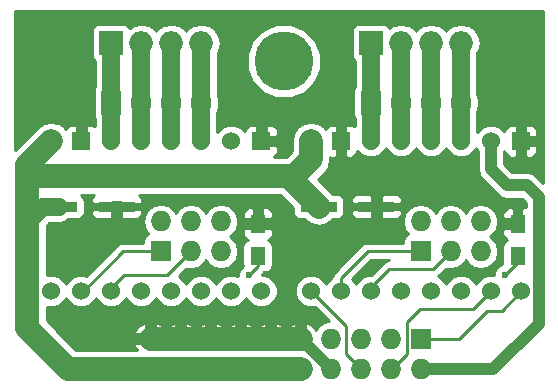
<source format=gtl>
G04 #@! TF.FileFunction,Copper,L1,Top,Signal*
%FSLAX46Y46*%
G04 Gerber Fmt 4.6, Leading zero omitted, Abs format (unit mm)*
G04 Created by KiCad (PCBNEW 4.0.1-stable) date 07.03.2016 23:09:15*
%MOMM*%
G01*
G04 APERTURE LIST*
%ADD10C,0.100000*%
%ADD11C,0.600000*%
%ADD12O,1.998980X1.998980*%
%ADD13R,1.998980X1.998980*%
%ADD14R,1.727200X2.032000*%
%ADD15O,1.727200X2.032000*%
%ADD16R,1.727200X1.727200*%
%ADD17O,1.727200X1.727200*%
%ADD18R,1.300000X1.500000*%
%ADD19R,1.524000X1.524000*%
%ADD20C,1.524000*%
%ADD21C,5.000000*%
%ADD22R,3.098800X0.899160*%
%ADD23C,2.000000*%
%ADD24C,1.500000*%
%ADD25C,1.000000*%
%ADD26C,0.250000*%
%ADD27C,0.254000*%
G04 APERTURE END LIST*
D10*
D11*
X144700000Y-94900000D03*
X133100000Y-100350000D03*
X114950000Y-104150000D03*
X127450000Y-98950000D03*
X146500000Y-81500000D03*
X145000000Y-81500000D03*
X143500000Y-81500000D03*
X146500000Y-80000000D03*
X145000000Y-80000000D03*
X143500000Y-80000000D03*
X129000000Y-87000000D03*
X127500000Y-87000000D03*
X126000000Y-87000000D03*
X124500000Y-87000000D03*
X123000000Y-87000000D03*
D12*
X140810000Y-81350000D03*
D13*
X133190000Y-81350000D03*
D12*
X135730000Y-81350000D03*
X138270000Y-81350000D03*
X118810000Y-81350000D03*
D13*
X111190000Y-81350000D03*
D12*
X113730000Y-81350000D03*
X116270000Y-81350000D03*
D14*
X133200000Y-86400000D03*
D15*
X135740000Y-86400000D03*
X138280000Y-86400000D03*
X140820000Y-86400000D03*
D14*
X111200000Y-86400000D03*
D15*
X113740000Y-86400000D03*
X116280000Y-86400000D03*
X118820000Y-86400000D03*
D16*
X137400000Y-99000000D03*
D17*
X137400000Y-96460000D03*
X139940000Y-99000000D03*
X139940000Y-96460000D03*
X142480000Y-99000000D03*
X142480000Y-96460000D03*
D16*
X115400000Y-99000000D03*
D17*
X115400000Y-96460000D03*
X117940000Y-99000000D03*
X117940000Y-96460000D03*
X120480000Y-99000000D03*
X120480000Y-96460000D03*
D18*
X145600000Y-99350000D03*
X145600000Y-96650000D03*
X123600000Y-99350000D03*
X123600000Y-96650000D03*
D19*
X145890000Y-89650000D03*
D20*
X143350000Y-89650000D03*
X140810000Y-89650000D03*
X138270000Y-89650000D03*
X135730000Y-89650000D03*
X133190000Y-89650000D03*
D19*
X130650000Y-89650000D03*
D20*
X128110000Y-89650000D03*
X128110000Y-102350000D03*
X130650000Y-102350000D03*
X133190000Y-102350000D03*
X135730000Y-102350000D03*
X138270000Y-102350000D03*
X140810000Y-102350000D03*
X143350000Y-102350000D03*
X145890000Y-102350000D03*
D19*
X123890000Y-89650000D03*
D20*
X121350000Y-89650000D03*
X118810000Y-89650000D03*
X116270000Y-89650000D03*
X113730000Y-89650000D03*
X111190000Y-89650000D03*
D19*
X108650000Y-89650000D03*
D20*
X106110000Y-89650000D03*
X106110000Y-102350000D03*
X108650000Y-102350000D03*
X111190000Y-102350000D03*
X113730000Y-102350000D03*
X116270000Y-102350000D03*
X118810000Y-102350000D03*
X121350000Y-102350000D03*
X123890000Y-102350000D03*
D21*
X125800000Y-82900000D03*
D22*
X106748900Y-95200000D03*
X111651100Y-95200000D03*
X128748900Y-95200000D03*
X133651100Y-95200000D03*
D11*
X121500000Y-87000000D03*
D16*
X137400000Y-106400000D03*
D17*
X137400000Y-108940000D03*
X134860000Y-106400000D03*
X134860000Y-108940000D03*
X132320000Y-106400000D03*
X132320000Y-108940000D03*
X129780000Y-106400000D03*
X129780000Y-108940000D03*
X127240000Y-106400000D03*
X127240000Y-108940000D03*
X124700000Y-106400000D03*
X124700000Y-108940000D03*
X122160000Y-106400000D03*
X122160000Y-108940000D03*
X119620000Y-106400000D03*
X119620000Y-108940000D03*
X117080000Y-106400000D03*
X117080000Y-108940000D03*
X114540000Y-106400000D03*
X114540000Y-108940000D03*
D11*
X144500000Y-100975000D03*
X122850000Y-100975000D03*
D23*
X127240000Y-108940000D02*
X126350000Y-108940000D01*
X124700000Y-108940000D02*
X126350000Y-108940000D01*
X122160000Y-108940000D02*
X124700000Y-108940000D01*
X119620000Y-108940000D02*
X122160000Y-108940000D01*
X117080000Y-108940000D02*
X119620000Y-108940000D01*
X114540000Y-108940000D02*
X117080000Y-108940000D01*
X126700000Y-92600000D02*
X126700000Y-93151100D01*
X126700000Y-93151100D02*
X128748900Y-95200000D01*
X128110000Y-89650000D02*
X128110000Y-91190000D01*
X128110000Y-91190000D02*
X126700000Y-92600000D01*
X126700000Y-92600000D02*
X104100000Y-92600000D01*
D24*
X106748900Y-95200000D02*
X105400000Y-95200000D01*
X105400000Y-95200000D02*
X104100000Y-96500000D01*
D23*
X104100000Y-92600000D02*
X104100000Y-91660000D01*
X104100000Y-91660000D02*
X106110000Y-89650000D01*
X114540000Y-108940000D02*
X107540000Y-108940000D01*
X107540000Y-108940000D02*
X104100000Y-105500000D01*
X104100000Y-105500000D02*
X104100000Y-96500000D01*
X104100000Y-96500000D02*
X104100000Y-92600000D01*
X104100000Y-92600000D02*
X104100000Y-92500000D01*
D25*
X129780000Y-108940000D02*
X127240000Y-106400000D01*
D23*
X117080000Y-106400000D02*
X114540000Y-106400000D01*
X119620000Y-106400000D02*
X117080000Y-106400000D01*
X122160000Y-106400000D02*
X119620000Y-106400000D01*
X124700000Y-106400000D02*
X122160000Y-106400000D01*
X127240000Y-106400000D02*
X126000000Y-106400000D01*
X126000000Y-106400000D02*
X124700000Y-106400000D01*
D25*
X146400000Y-93400000D02*
X144700000Y-93400000D01*
X144700000Y-93400000D02*
X143350000Y-92050000D01*
X143350000Y-92050000D02*
X143350000Y-89650000D01*
X137400000Y-108940000D02*
X143560000Y-108940000D01*
X143560000Y-108940000D02*
X147400000Y-105100000D01*
X147400000Y-105100000D02*
X147400000Y-94400000D01*
X147400000Y-94400000D02*
X146400000Y-93400000D01*
D26*
X131100000Y-105500000D02*
X131100000Y-105300000D01*
X131100000Y-105300000D02*
X128150000Y-102350000D01*
X128150000Y-102350000D02*
X128110000Y-102350000D01*
X131100000Y-105500000D02*
X131100000Y-107720000D01*
X131100000Y-107720000D02*
X132320000Y-108940000D01*
X121350000Y-102850000D02*
X121350000Y-102350000D01*
X134860000Y-108940000D02*
X134960000Y-108940000D01*
X134960000Y-108940000D02*
X136200000Y-107700000D01*
X136200000Y-107700000D02*
X136200000Y-105000000D01*
X136200000Y-105000000D02*
X137300000Y-103900000D01*
X137300000Y-103900000D02*
X141800000Y-103900000D01*
X141800000Y-103900000D02*
X143350000Y-102350000D01*
X134860000Y-108940000D02*
X135360000Y-108940000D01*
X137400000Y-106400000D02*
X140600000Y-106400000D01*
X140600000Y-106400000D02*
X143000000Y-104000000D01*
X143000000Y-104000000D02*
X144240000Y-104000000D01*
X144240000Y-104000000D02*
X145890000Y-102350000D01*
D24*
X140810000Y-89650000D02*
X140810000Y-86410000D01*
X140810000Y-86410000D02*
X140820000Y-86400000D01*
X140810000Y-81200000D02*
X140810000Y-86390000D01*
X140810000Y-86390000D02*
X140820000Y-86400000D01*
X133200000Y-86400000D02*
X133200000Y-89640000D01*
X133200000Y-89640000D02*
X133190000Y-89650000D01*
X133200000Y-86400000D02*
X133200000Y-81210000D01*
X133200000Y-81210000D02*
X133190000Y-81200000D01*
X135730000Y-89650000D02*
X135730000Y-86410000D01*
X135730000Y-86410000D02*
X135740000Y-86400000D01*
X135730000Y-81200000D02*
X135730000Y-86390000D01*
X135730000Y-86390000D02*
X135740000Y-86400000D01*
X138280000Y-86400000D02*
X138280000Y-89640000D01*
X138280000Y-89640000D02*
X138270000Y-89650000D01*
X138280000Y-86400000D02*
X138280000Y-81210000D01*
X138280000Y-81210000D02*
X138270000Y-81200000D01*
X118820000Y-86400000D02*
X118820000Y-81210000D01*
X118820000Y-81210000D02*
X118810000Y-81200000D01*
X118810000Y-89650000D02*
X118810000Y-86410000D01*
X118810000Y-86410000D02*
X118820000Y-86400000D01*
X111200000Y-86400000D02*
X111200000Y-89640000D01*
X111200000Y-89640000D02*
X111190000Y-89650000D01*
X111190000Y-81200000D02*
X111190000Y-86390000D01*
X111190000Y-86390000D02*
X111200000Y-86400000D01*
X113740000Y-86400000D02*
X113740000Y-81210000D01*
X113740000Y-81210000D02*
X113730000Y-81200000D01*
X113730000Y-89650000D02*
X113730000Y-86410000D01*
X113730000Y-86410000D02*
X113740000Y-86400000D01*
X116270000Y-89650000D02*
X116270000Y-86410000D01*
X116270000Y-86410000D02*
X116280000Y-86400000D01*
X116270000Y-81200000D02*
X116270000Y-86390000D01*
X116270000Y-86390000D02*
X116280000Y-86400000D01*
D26*
X130650000Y-102350000D02*
X130650000Y-101250000D01*
X130650000Y-101250000D02*
X132900000Y-99000000D01*
X132900000Y-99000000D02*
X137400000Y-99000000D01*
X145600000Y-99350000D02*
X145600000Y-99875000D01*
X145600000Y-99875000D02*
X144500000Y-100975000D01*
X133190000Y-102350000D02*
X133190000Y-102010000D01*
X133190000Y-102010000D02*
X134700000Y-100500000D01*
X134700000Y-100500000D02*
X138440000Y-100500000D01*
X138440000Y-100500000D02*
X139940000Y-99000000D01*
X108650000Y-102350000D02*
X108850000Y-102350000D01*
X108850000Y-102350000D02*
X112200000Y-99000000D01*
X112200000Y-99000000D02*
X115400000Y-99000000D01*
X123600000Y-99350000D02*
X123600000Y-100225000D01*
X123600000Y-100225000D02*
X122850000Y-100975000D01*
X111190000Y-102350000D02*
X111190000Y-102110000D01*
X111190000Y-102110000D02*
X112300000Y-101000000D01*
X112300000Y-101000000D02*
X115940000Y-101000000D01*
X115940000Y-101000000D02*
X117940000Y-99000000D01*
D27*
G36*
X130153000Y-108567000D02*
X130173000Y-108567000D01*
X130173000Y-109313000D01*
X130153000Y-109313000D01*
X130153000Y-109333000D01*
X129407000Y-109333000D01*
X129407000Y-109313000D01*
X129387000Y-109313000D01*
X129387000Y-108567000D01*
X129407000Y-108567000D01*
X129407000Y-108547000D01*
X130153000Y-108547000D01*
X130153000Y-108567000D01*
X130153000Y-108567000D01*
G37*
X130153000Y-108567000D02*
X130173000Y-108567000D01*
X130173000Y-109313000D01*
X130153000Y-109313000D01*
X130153000Y-109333000D01*
X129407000Y-109333000D01*
X129407000Y-109313000D01*
X129387000Y-109313000D01*
X129387000Y-108567000D01*
X129407000Y-108567000D01*
X129407000Y-108547000D01*
X130153000Y-108547000D01*
X130153000Y-108567000D01*
G36*
X147768000Y-93174181D02*
X147196909Y-92603091D01*
X146831284Y-92358788D01*
X146400000Y-92273000D01*
X145166819Y-92273000D01*
X144477000Y-91583182D01*
X144477000Y-90487596D01*
X144493000Y-90471624D01*
X144493000Y-90538310D01*
X144589673Y-90771699D01*
X144768302Y-90950327D01*
X145001691Y-91047000D01*
X145358250Y-91047000D01*
X145517000Y-90888250D01*
X145517000Y-90023000D01*
X146263000Y-90023000D01*
X146263000Y-90888250D01*
X146421750Y-91047000D01*
X146778309Y-91047000D01*
X147011698Y-90950327D01*
X147190327Y-90771699D01*
X147287000Y-90538310D01*
X147287000Y-90181750D01*
X147128250Y-90023000D01*
X146263000Y-90023000D01*
X145517000Y-90023000D01*
X145497000Y-90023000D01*
X145497000Y-89277000D01*
X145517000Y-89277000D01*
X145517000Y-88411750D01*
X146263000Y-88411750D01*
X146263000Y-89277000D01*
X147128250Y-89277000D01*
X147287000Y-89118250D01*
X147287000Y-88761690D01*
X147190327Y-88528301D01*
X147011698Y-88349673D01*
X146778309Y-88253000D01*
X146421750Y-88253000D01*
X146263000Y-88411750D01*
X145517000Y-88411750D01*
X145358250Y-88253000D01*
X145001691Y-88253000D01*
X144768302Y-88349673D01*
X144589673Y-88528301D01*
X144493000Y-88761690D01*
X144493000Y-88828938D01*
X144137833Y-88473150D01*
X143627501Y-88261242D01*
X143074923Y-88260760D01*
X142564223Y-88471777D01*
X142187000Y-88848341D01*
X142187000Y-87170184D01*
X142197135Y-87155016D01*
X142310600Y-86584588D01*
X142310600Y-86215412D01*
X142197135Y-85644984D01*
X142187000Y-85629816D01*
X142187000Y-82208215D01*
X142344546Y-81972431D01*
X142468355Y-81350000D01*
X142344546Y-80727569D01*
X141991967Y-80199898D01*
X141464296Y-79847319D01*
X140841865Y-79723510D01*
X140778135Y-79723510D01*
X140155704Y-79847319D01*
X139628033Y-80199898D01*
X139540000Y-80331649D01*
X139451967Y-80199898D01*
X138924296Y-79847319D01*
X138301865Y-79723510D01*
X138238135Y-79723510D01*
X137615704Y-79847319D01*
X137088033Y-80199898D01*
X137000000Y-80331649D01*
X136911967Y-80199898D01*
X136384296Y-79847319D01*
X135761865Y-79723510D01*
X135698135Y-79723510D01*
X135075704Y-79847319D01*
X134750569Y-80064568D01*
X134647733Y-79904757D01*
X134438207Y-79761593D01*
X134189490Y-79711227D01*
X132190510Y-79711227D01*
X131958158Y-79754947D01*
X131744757Y-79892267D01*
X131601593Y-80101793D01*
X131551227Y-80350510D01*
X131551227Y-82349490D01*
X131594947Y-82581842D01*
X131732267Y-82795243D01*
X131823000Y-82857239D01*
X131823000Y-85024761D01*
X131747483Y-85135283D01*
X131697117Y-85384000D01*
X131697117Y-87416000D01*
X131740837Y-87648352D01*
X131823000Y-87776037D01*
X131823000Y-88400975D01*
X131771698Y-88349673D01*
X131538309Y-88253000D01*
X131181750Y-88253000D01*
X131023000Y-88411750D01*
X131023000Y-89277000D01*
X131043000Y-89277000D01*
X131043000Y-90023000D01*
X131023000Y-90023000D01*
X131023000Y-90888250D01*
X131181750Y-91047000D01*
X131538309Y-91047000D01*
X131771698Y-90950327D01*
X131950327Y-90771699D01*
X132047000Y-90538310D01*
X132047000Y-90471062D01*
X132402167Y-90826850D01*
X132912499Y-91038758D01*
X133465077Y-91039240D01*
X133975777Y-90828223D01*
X134366850Y-90437833D01*
X134459967Y-90213581D01*
X134551777Y-90435777D01*
X134942167Y-90826850D01*
X135452499Y-91038758D01*
X136005077Y-91039240D01*
X136515777Y-90828223D01*
X136906850Y-90437833D01*
X136999967Y-90213581D01*
X137091777Y-90435777D01*
X137482167Y-90826850D01*
X137992499Y-91038758D01*
X138545077Y-91039240D01*
X139055777Y-90828223D01*
X139446850Y-90437833D01*
X139539967Y-90213581D01*
X139631777Y-90435777D01*
X140022167Y-90826850D01*
X140532499Y-91038758D01*
X141085077Y-91039240D01*
X141595777Y-90828223D01*
X141986850Y-90437833D01*
X142079967Y-90213581D01*
X142171777Y-90435777D01*
X142223000Y-90487090D01*
X142223000Y-92050000D01*
X142308788Y-92481284D01*
X142553091Y-92846909D01*
X143903090Y-94196909D01*
X144064362Y-94304667D01*
X144268716Y-94441212D01*
X144700000Y-94527000D01*
X145933182Y-94527000D01*
X146273000Y-94866819D01*
X146273000Y-95265000D01*
X146083750Y-95265000D01*
X145925000Y-95423750D01*
X145925000Y-96277000D01*
X145993000Y-96277000D01*
X145993000Y-97023000D01*
X145925000Y-97023000D01*
X145925000Y-97043000D01*
X145275000Y-97043000D01*
X145275000Y-97023000D01*
X144473750Y-97023000D01*
X144315000Y-97181750D01*
X144315000Y-97526309D01*
X144411673Y-97759698D01*
X144590301Y-97938327D01*
X144739829Y-98000263D01*
X144717648Y-98004437D01*
X144504247Y-98141757D01*
X144361083Y-98351283D01*
X144310717Y-98600000D01*
X144310717Y-100050194D01*
X143975583Y-100188669D01*
X143714586Y-100449211D01*
X143573161Y-100789799D01*
X143573011Y-100961194D01*
X143074923Y-100960760D01*
X142564223Y-101171777D01*
X142173150Y-101562167D01*
X142080033Y-101786419D01*
X141988223Y-101564223D01*
X141597833Y-101173150D01*
X141087501Y-100961242D01*
X140534923Y-100960760D01*
X140024223Y-101171777D01*
X139633150Y-101562167D01*
X139540033Y-101786419D01*
X139448223Y-101564223D01*
X139057833Y-101173150D01*
X138874220Y-101096907D01*
X138971744Y-101031744D01*
X139559393Y-100444096D01*
X139940000Y-100519803D01*
X140510428Y-100406338D01*
X140994013Y-100083216D01*
X141210000Y-99759969D01*
X141425987Y-100083216D01*
X141909572Y-100406338D01*
X142480000Y-100519803D01*
X143050428Y-100406338D01*
X143534013Y-100083216D01*
X143857135Y-99599631D01*
X143970600Y-99029203D01*
X143970600Y-98970797D01*
X143857135Y-98400369D01*
X143534013Y-97916784D01*
X143254472Y-97730000D01*
X143534013Y-97543216D01*
X143857135Y-97059631D01*
X143970600Y-96489203D01*
X143970600Y-96430797D01*
X143857135Y-95860369D01*
X143799219Y-95773691D01*
X144315000Y-95773691D01*
X144315000Y-96118250D01*
X144473750Y-96277000D01*
X145275000Y-96277000D01*
X145275000Y-95423750D01*
X145116250Y-95265000D01*
X144823690Y-95265000D01*
X144590301Y-95361673D01*
X144411673Y-95540302D01*
X144315000Y-95773691D01*
X143799219Y-95773691D01*
X143534013Y-95376784D01*
X143050428Y-95053662D01*
X142480000Y-94940197D01*
X141909572Y-95053662D01*
X141425987Y-95376784D01*
X141210000Y-95700031D01*
X140994013Y-95376784D01*
X140510428Y-95053662D01*
X139940000Y-94940197D01*
X139369572Y-95053662D01*
X138885987Y-95376784D01*
X138670000Y-95700031D01*
X138454013Y-95376784D01*
X137970428Y-95053662D01*
X137400000Y-94940197D01*
X136829572Y-95053662D01*
X136345987Y-95376784D01*
X136022865Y-95860369D01*
X135909400Y-96430797D01*
X135909400Y-96489203D01*
X136022865Y-97059631D01*
X136339891Y-97534093D01*
X136304048Y-97540837D01*
X136090647Y-97678157D01*
X135947483Y-97887683D01*
X135897117Y-98136400D01*
X135897117Y-98248000D01*
X132900000Y-98248000D01*
X132612223Y-98305242D01*
X132368256Y-98468255D01*
X130118256Y-100718256D01*
X129955243Y-100962222D01*
X129917978Y-101149566D01*
X129864223Y-101171777D01*
X129473150Y-101562167D01*
X129380033Y-101786419D01*
X129288223Y-101564223D01*
X128897833Y-101173150D01*
X128387501Y-100961242D01*
X127834923Y-100960760D01*
X127324223Y-101171777D01*
X126933150Y-101562167D01*
X126721242Y-102072499D01*
X126720760Y-102625077D01*
X126931777Y-103135777D01*
X127322167Y-103526850D01*
X127832499Y-103738758D01*
X128385077Y-103739240D01*
X128449240Y-103712728D01*
X129643801Y-104907289D01*
X129209572Y-104993662D01*
X128725987Y-105316784D01*
X128505823Y-105646281D01*
X128282687Y-105323576D01*
X127835463Y-105024782D01*
X127613000Y-105113117D01*
X127613000Y-106027000D01*
X127633000Y-106027000D01*
X127633000Y-106773000D01*
X127613000Y-106773000D01*
X127613000Y-106793000D01*
X126867000Y-106793000D01*
X126867000Y-106773000D01*
X125073000Y-106773000D01*
X125073000Y-106793000D01*
X124327000Y-106793000D01*
X124327000Y-106773000D01*
X122533000Y-106773000D01*
X122533000Y-106793000D01*
X121787000Y-106793000D01*
X121787000Y-106773000D01*
X119993000Y-106773000D01*
X119993000Y-106793000D01*
X119247000Y-106793000D01*
X119247000Y-106773000D01*
X117453000Y-106773000D01*
X117453000Y-106793000D01*
X116707000Y-106793000D01*
X116707000Y-106773000D01*
X114913000Y-106773000D01*
X114913000Y-106793000D01*
X114167000Y-106793000D01*
X114167000Y-106773000D01*
X113247283Y-106773000D01*
X113164753Y-106995467D01*
X113384313Y-107313000D01*
X108213925Y-107313000D01*
X106705459Y-105804533D01*
X113164753Y-105804533D01*
X113247283Y-106027000D01*
X114167000Y-106027000D01*
X114167000Y-105113117D01*
X114913000Y-105113117D01*
X114913000Y-106027000D01*
X116707000Y-106027000D01*
X116707000Y-105113117D01*
X117453000Y-105113117D01*
X117453000Y-106027000D01*
X119247000Y-106027000D01*
X119247000Y-105113117D01*
X119993000Y-105113117D01*
X119993000Y-106027000D01*
X121787000Y-106027000D01*
X121787000Y-105113117D01*
X122533000Y-105113117D01*
X122533000Y-106027000D01*
X124327000Y-106027000D01*
X124327000Y-105113117D01*
X125073000Y-105113117D01*
X125073000Y-106027000D01*
X126867000Y-106027000D01*
X126867000Y-105113117D01*
X126644537Y-105024782D01*
X126197313Y-105323576D01*
X125970000Y-105652322D01*
X125742687Y-105323576D01*
X125295463Y-105024782D01*
X125073000Y-105113117D01*
X124327000Y-105113117D01*
X124104537Y-105024782D01*
X123657313Y-105323576D01*
X123430000Y-105652322D01*
X123202687Y-105323576D01*
X122755463Y-105024782D01*
X122533000Y-105113117D01*
X121787000Y-105113117D01*
X121564537Y-105024782D01*
X121117313Y-105323576D01*
X120890000Y-105652322D01*
X120662687Y-105323576D01*
X120215463Y-105024782D01*
X119993000Y-105113117D01*
X119247000Y-105113117D01*
X119024537Y-105024782D01*
X118577313Y-105323576D01*
X118350000Y-105652322D01*
X118122687Y-105323576D01*
X117675463Y-105024782D01*
X117453000Y-105113117D01*
X116707000Y-105113117D01*
X116484537Y-105024782D01*
X116037313Y-105323576D01*
X115810000Y-105652322D01*
X115582687Y-105323576D01*
X115135463Y-105024782D01*
X114913000Y-105113117D01*
X114167000Y-105113117D01*
X113944537Y-105024782D01*
X113497313Y-105323576D01*
X113164753Y-105804533D01*
X106705459Y-105804533D01*
X105727000Y-104826074D01*
X105727000Y-103694951D01*
X105832499Y-103738758D01*
X106385077Y-103739240D01*
X106895777Y-103528223D01*
X107286850Y-103137833D01*
X107379967Y-102913581D01*
X107471777Y-103135777D01*
X107862167Y-103526850D01*
X108372499Y-103738758D01*
X108925077Y-103739240D01*
X109435777Y-103528223D01*
X109826850Y-103137833D01*
X109919967Y-102913581D01*
X110011777Y-103135777D01*
X110402167Y-103526850D01*
X110912499Y-103738758D01*
X111465077Y-103739240D01*
X111975777Y-103528223D01*
X112366850Y-103137833D01*
X112459967Y-102913581D01*
X112551777Y-103135777D01*
X112942167Y-103526850D01*
X113452499Y-103738758D01*
X114005077Y-103739240D01*
X114515777Y-103528223D01*
X114906850Y-103137833D01*
X114999967Y-102913581D01*
X115091777Y-103135777D01*
X115482167Y-103526850D01*
X115992499Y-103738758D01*
X116545077Y-103739240D01*
X117055777Y-103528223D01*
X117446850Y-103137833D01*
X117539967Y-102913581D01*
X117631777Y-103135777D01*
X118022167Y-103526850D01*
X118532499Y-103738758D01*
X119085077Y-103739240D01*
X119595777Y-103528223D01*
X119986850Y-103137833D01*
X120079967Y-102913581D01*
X120171777Y-103135777D01*
X120562167Y-103526850D01*
X121072499Y-103738758D01*
X121625077Y-103739240D01*
X122135777Y-103528223D01*
X122526850Y-103137833D01*
X122619967Y-102913581D01*
X122711777Y-103135777D01*
X123102167Y-103526850D01*
X123612499Y-103738758D01*
X124165077Y-103739240D01*
X124675777Y-103528223D01*
X125066850Y-103137833D01*
X125278758Y-102627501D01*
X125279240Y-102074923D01*
X125068223Y-101564223D01*
X124677833Y-101173150D01*
X124167501Y-100961242D01*
X123927455Y-100961033D01*
X124131744Y-100756744D01*
X124143411Y-100739283D01*
X124250000Y-100739283D01*
X124482352Y-100695563D01*
X124695753Y-100558243D01*
X124838917Y-100348717D01*
X124889283Y-100100000D01*
X124889283Y-98600000D01*
X124845563Y-98367648D01*
X124708243Y-98154247D01*
X124498717Y-98011083D01*
X124455284Y-98002288D01*
X124609699Y-97938327D01*
X124788327Y-97759698D01*
X124885000Y-97526309D01*
X124885000Y-97181750D01*
X124726250Y-97023000D01*
X123925000Y-97023000D01*
X123925000Y-97043000D01*
X123275000Y-97043000D01*
X123275000Y-97023000D01*
X122473750Y-97023000D01*
X122315000Y-97181750D01*
X122315000Y-97526309D01*
X122411673Y-97759698D01*
X122590301Y-97938327D01*
X122739829Y-98000263D01*
X122717648Y-98004437D01*
X122504247Y-98141757D01*
X122361083Y-98351283D01*
X122310717Y-98600000D01*
X122310717Y-100100000D01*
X122327270Y-100187972D01*
X122325583Y-100188669D01*
X122064586Y-100449211D01*
X121923161Y-100789799D01*
X121922904Y-101083904D01*
X121627501Y-100961242D01*
X121074923Y-100960760D01*
X120564223Y-101171777D01*
X120173150Y-101562167D01*
X120080033Y-101786419D01*
X119988223Y-101564223D01*
X119597833Y-101173150D01*
X119087501Y-100961242D01*
X118534923Y-100960760D01*
X118024223Y-101171777D01*
X117633150Y-101562167D01*
X117540033Y-101786419D01*
X117448223Y-101564223D01*
X117057833Y-101173150D01*
X116897086Y-101106402D01*
X117559392Y-100444096D01*
X117940000Y-100519803D01*
X118510428Y-100406338D01*
X118994013Y-100083216D01*
X119210000Y-99759969D01*
X119425987Y-100083216D01*
X119909572Y-100406338D01*
X120480000Y-100519803D01*
X121050428Y-100406338D01*
X121534013Y-100083216D01*
X121857135Y-99599631D01*
X121970600Y-99029203D01*
X121970600Y-98970797D01*
X121857135Y-98400369D01*
X121534013Y-97916784D01*
X121254472Y-97730000D01*
X121534013Y-97543216D01*
X121857135Y-97059631D01*
X121970600Y-96489203D01*
X121970600Y-96430797D01*
X121857135Y-95860369D01*
X121799219Y-95773691D01*
X122315000Y-95773691D01*
X122315000Y-96118250D01*
X122473750Y-96277000D01*
X123275000Y-96277000D01*
X123275000Y-95423750D01*
X123925000Y-95423750D01*
X123925000Y-96277000D01*
X124726250Y-96277000D01*
X124885000Y-96118250D01*
X124885000Y-95773691D01*
X124788327Y-95540302D01*
X124609699Y-95361673D01*
X124376310Y-95265000D01*
X124083750Y-95265000D01*
X123925000Y-95423750D01*
X123275000Y-95423750D01*
X123116250Y-95265000D01*
X122823690Y-95265000D01*
X122590301Y-95361673D01*
X122411673Y-95540302D01*
X122315000Y-95773691D01*
X121799219Y-95773691D01*
X121534013Y-95376784D01*
X121050428Y-95053662D01*
X120480000Y-94940197D01*
X119909572Y-95053662D01*
X119425987Y-95376784D01*
X119210000Y-95700031D01*
X118994013Y-95376784D01*
X118510428Y-95053662D01*
X117940000Y-94940197D01*
X117369572Y-95053662D01*
X116885987Y-95376784D01*
X116670000Y-95700031D01*
X116454013Y-95376784D01*
X115970428Y-95053662D01*
X115400000Y-94940197D01*
X114829572Y-95053662D01*
X114345987Y-95376784D01*
X114022865Y-95860369D01*
X113909400Y-96430797D01*
X113909400Y-96489203D01*
X114022865Y-97059631D01*
X114339891Y-97534093D01*
X114304048Y-97540837D01*
X114090647Y-97678157D01*
X113947483Y-97887683D01*
X113897117Y-98136400D01*
X113897117Y-98248000D01*
X112200000Y-98248000D01*
X111912227Y-98305242D01*
X111912222Y-98305243D01*
X111668255Y-98468256D01*
X109102573Y-101033938D01*
X108927501Y-100961242D01*
X108374923Y-100960760D01*
X107864223Y-101171777D01*
X107473150Y-101562167D01*
X107380033Y-101786419D01*
X107288223Y-101564223D01*
X106897833Y-101173150D01*
X106387501Y-100961242D01*
X105834923Y-100960760D01*
X105727000Y-101005353D01*
X105727000Y-96820372D01*
X105970372Y-96577000D01*
X106748900Y-96577000D01*
X107275855Y-96472182D01*
X107550211Y-96288863D01*
X108298300Y-96288863D01*
X108530652Y-96245143D01*
X108744053Y-96107823D01*
X108887217Y-95898297D01*
X108937583Y-95649580D01*
X108937583Y-95583540D01*
X109466700Y-95583540D01*
X109466700Y-95775890D01*
X109563373Y-96009279D01*
X109742002Y-96187907D01*
X109975391Y-96284580D01*
X111119350Y-96284580D01*
X111278100Y-96125830D01*
X111278100Y-95424790D01*
X112024100Y-95424790D01*
X112024100Y-96125830D01*
X112182850Y-96284580D01*
X113326809Y-96284580D01*
X113560198Y-96187907D01*
X113738827Y-96009279D01*
X113835500Y-95775890D01*
X113835500Y-95583540D01*
X113676750Y-95424790D01*
X112024100Y-95424790D01*
X111278100Y-95424790D01*
X109625450Y-95424790D01*
X109466700Y-95583540D01*
X108937583Y-95583540D01*
X108937583Y-94750420D01*
X108893863Y-94518068D01*
X108756543Y-94304667D01*
X108642874Y-94227000D01*
X109727095Y-94227000D01*
X109563373Y-94390721D01*
X109466700Y-94624110D01*
X109466700Y-94816460D01*
X109625450Y-94975210D01*
X111278100Y-94975210D01*
X111278100Y-94807000D01*
X112024100Y-94807000D01*
X112024100Y-94975210D01*
X113676750Y-94975210D01*
X113835500Y-94816460D01*
X113835500Y-94624110D01*
X113738827Y-94390721D01*
X113575105Y-94227000D01*
X125499716Y-94227000D01*
X125549537Y-94301563D01*
X126560217Y-95312243D01*
X126560217Y-95649580D01*
X126603937Y-95881932D01*
X126741257Y-96095333D01*
X126950783Y-96238497D01*
X127199500Y-96288863D01*
X127536837Y-96288863D01*
X127598437Y-96350463D01*
X128126274Y-96703152D01*
X128748900Y-96827000D01*
X129371526Y-96703152D01*
X129899363Y-96350463D01*
X129940523Y-96288863D01*
X130298300Y-96288863D01*
X130530652Y-96245143D01*
X130744053Y-96107823D01*
X130887217Y-95898297D01*
X130937583Y-95649580D01*
X130937583Y-95583540D01*
X131466700Y-95583540D01*
X131466700Y-95775890D01*
X131563373Y-96009279D01*
X131742002Y-96187907D01*
X131975391Y-96284580D01*
X133119350Y-96284580D01*
X133278100Y-96125830D01*
X133278100Y-95424790D01*
X134024100Y-95424790D01*
X134024100Y-96125830D01*
X134182850Y-96284580D01*
X135326809Y-96284580D01*
X135560198Y-96187907D01*
X135738827Y-96009279D01*
X135835500Y-95775890D01*
X135835500Y-95583540D01*
X135676750Y-95424790D01*
X134024100Y-95424790D01*
X133278100Y-95424790D01*
X131625450Y-95424790D01*
X131466700Y-95583540D01*
X130937583Y-95583540D01*
X130937583Y-94750420D01*
X130913817Y-94624110D01*
X131466700Y-94624110D01*
X131466700Y-94816460D01*
X131625450Y-94975210D01*
X133278100Y-94975210D01*
X133278100Y-94274170D01*
X134024100Y-94274170D01*
X134024100Y-94975210D01*
X135676750Y-94975210D01*
X135835500Y-94816460D01*
X135835500Y-94624110D01*
X135738827Y-94390721D01*
X135560198Y-94212093D01*
X135326809Y-94115420D01*
X134182850Y-94115420D01*
X134024100Y-94274170D01*
X133278100Y-94274170D01*
X133119350Y-94115420D01*
X131975391Y-94115420D01*
X131742002Y-94212093D01*
X131563373Y-94390721D01*
X131466700Y-94624110D01*
X130913817Y-94624110D01*
X130893863Y-94518068D01*
X130756543Y-94304667D01*
X130547017Y-94161503D01*
X130298300Y-94111137D01*
X129940523Y-94111137D01*
X129899363Y-94049537D01*
X128725376Y-92875550D01*
X129260463Y-92340463D01*
X129613152Y-91812626D01*
X129737000Y-91190000D01*
X129737000Y-91036773D01*
X129761691Y-91047000D01*
X130118250Y-91047000D01*
X130277000Y-90888250D01*
X130277000Y-90023000D01*
X130257000Y-90023000D01*
X130257000Y-89277000D01*
X130277000Y-89277000D01*
X130277000Y-88411750D01*
X130118250Y-88253000D01*
X129761691Y-88253000D01*
X129528302Y-88349673D01*
X129349673Y-88528301D01*
X129322889Y-88592964D01*
X129260463Y-88499537D01*
X128732626Y-88146848D01*
X128110000Y-88023000D01*
X127487374Y-88146848D01*
X126959537Y-88499537D01*
X126606848Y-89027374D01*
X126483000Y-89650000D01*
X126483000Y-90516074D01*
X126026074Y-90973000D01*
X124956961Y-90973000D01*
X125011698Y-90950327D01*
X125190327Y-90771699D01*
X125287000Y-90538310D01*
X125287000Y-90181750D01*
X125128250Y-90023000D01*
X124263000Y-90023000D01*
X124263000Y-90043000D01*
X123517000Y-90043000D01*
X123517000Y-90023000D01*
X123497000Y-90023000D01*
X123497000Y-89277000D01*
X123517000Y-89277000D01*
X123517000Y-88411750D01*
X124263000Y-88411750D01*
X124263000Y-89277000D01*
X125128250Y-89277000D01*
X125287000Y-89118250D01*
X125287000Y-88761690D01*
X125190327Y-88528301D01*
X125011698Y-88349673D01*
X124778309Y-88253000D01*
X124421750Y-88253000D01*
X124263000Y-88411750D01*
X123517000Y-88411750D01*
X123358250Y-88253000D01*
X123001691Y-88253000D01*
X122768302Y-88349673D01*
X122589673Y-88528301D01*
X122493000Y-88761690D01*
X122493000Y-88828938D01*
X122137833Y-88473150D01*
X121627501Y-88261242D01*
X121074923Y-88260760D01*
X120564223Y-88471777D01*
X120187000Y-88848341D01*
X120187000Y-87170184D01*
X120197135Y-87155016D01*
X120310600Y-86584588D01*
X120310600Y-86215412D01*
X120197135Y-85644984D01*
X120197000Y-85644782D01*
X120197000Y-83519270D01*
X122672458Y-83519270D01*
X123147512Y-84668989D01*
X124026384Y-85549396D01*
X125175272Y-86026456D01*
X126419270Y-86027542D01*
X127568989Y-85552488D01*
X128449396Y-84673616D01*
X128926456Y-83524728D01*
X128927542Y-82280730D01*
X128452488Y-81131011D01*
X127573616Y-80250604D01*
X126424728Y-79773544D01*
X125180730Y-79772458D01*
X124031011Y-80247512D01*
X123150604Y-81126384D01*
X122673544Y-82275272D01*
X122672458Y-83519270D01*
X120197000Y-83519270D01*
X120197000Y-82193249D01*
X120344546Y-81972431D01*
X120468355Y-81350000D01*
X120344546Y-80727569D01*
X119991967Y-80199898D01*
X119464296Y-79847319D01*
X118841865Y-79723510D01*
X118778135Y-79723510D01*
X118155704Y-79847319D01*
X117628033Y-80199898D01*
X117540000Y-80331649D01*
X117451967Y-80199898D01*
X116924296Y-79847319D01*
X116301865Y-79723510D01*
X116238135Y-79723510D01*
X115615704Y-79847319D01*
X115088033Y-80199898D01*
X115000000Y-80331649D01*
X114911967Y-80199898D01*
X114384296Y-79847319D01*
X113761865Y-79723510D01*
X113698135Y-79723510D01*
X113075704Y-79847319D01*
X112750569Y-80064568D01*
X112647733Y-79904757D01*
X112438207Y-79761593D01*
X112189490Y-79711227D01*
X110190510Y-79711227D01*
X109958158Y-79754947D01*
X109744757Y-79892267D01*
X109601593Y-80101793D01*
X109551227Y-80350510D01*
X109551227Y-82349490D01*
X109594947Y-82581842D01*
X109732267Y-82795243D01*
X109813000Y-82850406D01*
X109813000Y-85039396D01*
X109747483Y-85135283D01*
X109697117Y-85384000D01*
X109697117Y-87416000D01*
X109740837Y-87648352D01*
X109823000Y-87776037D01*
X109823000Y-88400975D01*
X109771698Y-88349673D01*
X109538309Y-88253000D01*
X109181750Y-88253000D01*
X109023000Y-88411750D01*
X109023000Y-89277000D01*
X109043000Y-89277000D01*
X109043000Y-90023000D01*
X109023000Y-90023000D01*
X109023000Y-90043000D01*
X108277000Y-90043000D01*
X108277000Y-90023000D01*
X108257000Y-90023000D01*
X108257000Y-89277000D01*
X108277000Y-89277000D01*
X108277000Y-88411750D01*
X108118250Y-88253000D01*
X107761691Y-88253000D01*
X107528302Y-88349673D01*
X107349673Y-88528301D01*
X107322889Y-88592964D01*
X107260463Y-88499537D01*
X106732626Y-88146848D01*
X106110000Y-88023000D01*
X105487374Y-88146848D01*
X104959537Y-88499537D01*
X103032000Y-90427074D01*
X103032000Y-78632000D01*
X147768000Y-78632000D01*
X147768000Y-93174181D01*
X147768000Y-93174181D01*
G37*
X147768000Y-93174181D02*
X147196909Y-92603091D01*
X146831284Y-92358788D01*
X146400000Y-92273000D01*
X145166819Y-92273000D01*
X144477000Y-91583182D01*
X144477000Y-90487596D01*
X144493000Y-90471624D01*
X144493000Y-90538310D01*
X144589673Y-90771699D01*
X144768302Y-90950327D01*
X145001691Y-91047000D01*
X145358250Y-91047000D01*
X145517000Y-90888250D01*
X145517000Y-90023000D01*
X146263000Y-90023000D01*
X146263000Y-90888250D01*
X146421750Y-91047000D01*
X146778309Y-91047000D01*
X147011698Y-90950327D01*
X147190327Y-90771699D01*
X147287000Y-90538310D01*
X147287000Y-90181750D01*
X147128250Y-90023000D01*
X146263000Y-90023000D01*
X145517000Y-90023000D01*
X145497000Y-90023000D01*
X145497000Y-89277000D01*
X145517000Y-89277000D01*
X145517000Y-88411750D01*
X146263000Y-88411750D01*
X146263000Y-89277000D01*
X147128250Y-89277000D01*
X147287000Y-89118250D01*
X147287000Y-88761690D01*
X147190327Y-88528301D01*
X147011698Y-88349673D01*
X146778309Y-88253000D01*
X146421750Y-88253000D01*
X146263000Y-88411750D01*
X145517000Y-88411750D01*
X145358250Y-88253000D01*
X145001691Y-88253000D01*
X144768302Y-88349673D01*
X144589673Y-88528301D01*
X144493000Y-88761690D01*
X144493000Y-88828938D01*
X144137833Y-88473150D01*
X143627501Y-88261242D01*
X143074923Y-88260760D01*
X142564223Y-88471777D01*
X142187000Y-88848341D01*
X142187000Y-87170184D01*
X142197135Y-87155016D01*
X142310600Y-86584588D01*
X142310600Y-86215412D01*
X142197135Y-85644984D01*
X142187000Y-85629816D01*
X142187000Y-82208215D01*
X142344546Y-81972431D01*
X142468355Y-81350000D01*
X142344546Y-80727569D01*
X141991967Y-80199898D01*
X141464296Y-79847319D01*
X140841865Y-79723510D01*
X140778135Y-79723510D01*
X140155704Y-79847319D01*
X139628033Y-80199898D01*
X139540000Y-80331649D01*
X139451967Y-80199898D01*
X138924296Y-79847319D01*
X138301865Y-79723510D01*
X138238135Y-79723510D01*
X137615704Y-79847319D01*
X137088033Y-80199898D01*
X137000000Y-80331649D01*
X136911967Y-80199898D01*
X136384296Y-79847319D01*
X135761865Y-79723510D01*
X135698135Y-79723510D01*
X135075704Y-79847319D01*
X134750569Y-80064568D01*
X134647733Y-79904757D01*
X134438207Y-79761593D01*
X134189490Y-79711227D01*
X132190510Y-79711227D01*
X131958158Y-79754947D01*
X131744757Y-79892267D01*
X131601593Y-80101793D01*
X131551227Y-80350510D01*
X131551227Y-82349490D01*
X131594947Y-82581842D01*
X131732267Y-82795243D01*
X131823000Y-82857239D01*
X131823000Y-85024761D01*
X131747483Y-85135283D01*
X131697117Y-85384000D01*
X131697117Y-87416000D01*
X131740837Y-87648352D01*
X131823000Y-87776037D01*
X131823000Y-88400975D01*
X131771698Y-88349673D01*
X131538309Y-88253000D01*
X131181750Y-88253000D01*
X131023000Y-88411750D01*
X131023000Y-89277000D01*
X131043000Y-89277000D01*
X131043000Y-90023000D01*
X131023000Y-90023000D01*
X131023000Y-90888250D01*
X131181750Y-91047000D01*
X131538309Y-91047000D01*
X131771698Y-90950327D01*
X131950327Y-90771699D01*
X132047000Y-90538310D01*
X132047000Y-90471062D01*
X132402167Y-90826850D01*
X132912499Y-91038758D01*
X133465077Y-91039240D01*
X133975777Y-90828223D01*
X134366850Y-90437833D01*
X134459967Y-90213581D01*
X134551777Y-90435777D01*
X134942167Y-90826850D01*
X135452499Y-91038758D01*
X136005077Y-91039240D01*
X136515777Y-90828223D01*
X136906850Y-90437833D01*
X136999967Y-90213581D01*
X137091777Y-90435777D01*
X137482167Y-90826850D01*
X137992499Y-91038758D01*
X138545077Y-91039240D01*
X139055777Y-90828223D01*
X139446850Y-90437833D01*
X139539967Y-90213581D01*
X139631777Y-90435777D01*
X140022167Y-90826850D01*
X140532499Y-91038758D01*
X141085077Y-91039240D01*
X141595777Y-90828223D01*
X141986850Y-90437833D01*
X142079967Y-90213581D01*
X142171777Y-90435777D01*
X142223000Y-90487090D01*
X142223000Y-92050000D01*
X142308788Y-92481284D01*
X142553091Y-92846909D01*
X143903090Y-94196909D01*
X144064362Y-94304667D01*
X144268716Y-94441212D01*
X144700000Y-94527000D01*
X145933182Y-94527000D01*
X146273000Y-94866819D01*
X146273000Y-95265000D01*
X146083750Y-95265000D01*
X145925000Y-95423750D01*
X145925000Y-96277000D01*
X145993000Y-96277000D01*
X145993000Y-97023000D01*
X145925000Y-97023000D01*
X145925000Y-97043000D01*
X145275000Y-97043000D01*
X145275000Y-97023000D01*
X144473750Y-97023000D01*
X144315000Y-97181750D01*
X144315000Y-97526309D01*
X144411673Y-97759698D01*
X144590301Y-97938327D01*
X144739829Y-98000263D01*
X144717648Y-98004437D01*
X144504247Y-98141757D01*
X144361083Y-98351283D01*
X144310717Y-98600000D01*
X144310717Y-100050194D01*
X143975583Y-100188669D01*
X143714586Y-100449211D01*
X143573161Y-100789799D01*
X143573011Y-100961194D01*
X143074923Y-100960760D01*
X142564223Y-101171777D01*
X142173150Y-101562167D01*
X142080033Y-101786419D01*
X141988223Y-101564223D01*
X141597833Y-101173150D01*
X141087501Y-100961242D01*
X140534923Y-100960760D01*
X140024223Y-101171777D01*
X139633150Y-101562167D01*
X139540033Y-101786419D01*
X139448223Y-101564223D01*
X139057833Y-101173150D01*
X138874220Y-101096907D01*
X138971744Y-101031744D01*
X139559393Y-100444096D01*
X139940000Y-100519803D01*
X140510428Y-100406338D01*
X140994013Y-100083216D01*
X141210000Y-99759969D01*
X141425987Y-100083216D01*
X141909572Y-100406338D01*
X142480000Y-100519803D01*
X143050428Y-100406338D01*
X143534013Y-100083216D01*
X143857135Y-99599631D01*
X143970600Y-99029203D01*
X143970600Y-98970797D01*
X143857135Y-98400369D01*
X143534013Y-97916784D01*
X143254472Y-97730000D01*
X143534013Y-97543216D01*
X143857135Y-97059631D01*
X143970600Y-96489203D01*
X143970600Y-96430797D01*
X143857135Y-95860369D01*
X143799219Y-95773691D01*
X144315000Y-95773691D01*
X144315000Y-96118250D01*
X144473750Y-96277000D01*
X145275000Y-96277000D01*
X145275000Y-95423750D01*
X145116250Y-95265000D01*
X144823690Y-95265000D01*
X144590301Y-95361673D01*
X144411673Y-95540302D01*
X144315000Y-95773691D01*
X143799219Y-95773691D01*
X143534013Y-95376784D01*
X143050428Y-95053662D01*
X142480000Y-94940197D01*
X141909572Y-95053662D01*
X141425987Y-95376784D01*
X141210000Y-95700031D01*
X140994013Y-95376784D01*
X140510428Y-95053662D01*
X139940000Y-94940197D01*
X139369572Y-95053662D01*
X138885987Y-95376784D01*
X138670000Y-95700031D01*
X138454013Y-95376784D01*
X137970428Y-95053662D01*
X137400000Y-94940197D01*
X136829572Y-95053662D01*
X136345987Y-95376784D01*
X136022865Y-95860369D01*
X135909400Y-96430797D01*
X135909400Y-96489203D01*
X136022865Y-97059631D01*
X136339891Y-97534093D01*
X136304048Y-97540837D01*
X136090647Y-97678157D01*
X135947483Y-97887683D01*
X135897117Y-98136400D01*
X135897117Y-98248000D01*
X132900000Y-98248000D01*
X132612223Y-98305242D01*
X132368256Y-98468255D01*
X130118256Y-100718256D01*
X129955243Y-100962222D01*
X129917978Y-101149566D01*
X129864223Y-101171777D01*
X129473150Y-101562167D01*
X129380033Y-101786419D01*
X129288223Y-101564223D01*
X128897833Y-101173150D01*
X128387501Y-100961242D01*
X127834923Y-100960760D01*
X127324223Y-101171777D01*
X126933150Y-101562167D01*
X126721242Y-102072499D01*
X126720760Y-102625077D01*
X126931777Y-103135777D01*
X127322167Y-103526850D01*
X127832499Y-103738758D01*
X128385077Y-103739240D01*
X128449240Y-103712728D01*
X129643801Y-104907289D01*
X129209572Y-104993662D01*
X128725987Y-105316784D01*
X128505823Y-105646281D01*
X128282687Y-105323576D01*
X127835463Y-105024782D01*
X127613000Y-105113117D01*
X127613000Y-106027000D01*
X127633000Y-106027000D01*
X127633000Y-106773000D01*
X127613000Y-106773000D01*
X127613000Y-106793000D01*
X126867000Y-106793000D01*
X126867000Y-106773000D01*
X125073000Y-106773000D01*
X125073000Y-106793000D01*
X124327000Y-106793000D01*
X124327000Y-106773000D01*
X122533000Y-106773000D01*
X122533000Y-106793000D01*
X121787000Y-106793000D01*
X121787000Y-106773000D01*
X119993000Y-106773000D01*
X119993000Y-106793000D01*
X119247000Y-106793000D01*
X119247000Y-106773000D01*
X117453000Y-106773000D01*
X117453000Y-106793000D01*
X116707000Y-106793000D01*
X116707000Y-106773000D01*
X114913000Y-106773000D01*
X114913000Y-106793000D01*
X114167000Y-106793000D01*
X114167000Y-106773000D01*
X113247283Y-106773000D01*
X113164753Y-106995467D01*
X113384313Y-107313000D01*
X108213925Y-107313000D01*
X106705459Y-105804533D01*
X113164753Y-105804533D01*
X113247283Y-106027000D01*
X114167000Y-106027000D01*
X114167000Y-105113117D01*
X114913000Y-105113117D01*
X114913000Y-106027000D01*
X116707000Y-106027000D01*
X116707000Y-105113117D01*
X117453000Y-105113117D01*
X117453000Y-106027000D01*
X119247000Y-106027000D01*
X119247000Y-105113117D01*
X119993000Y-105113117D01*
X119993000Y-106027000D01*
X121787000Y-106027000D01*
X121787000Y-105113117D01*
X122533000Y-105113117D01*
X122533000Y-106027000D01*
X124327000Y-106027000D01*
X124327000Y-105113117D01*
X125073000Y-105113117D01*
X125073000Y-106027000D01*
X126867000Y-106027000D01*
X126867000Y-105113117D01*
X126644537Y-105024782D01*
X126197313Y-105323576D01*
X125970000Y-105652322D01*
X125742687Y-105323576D01*
X125295463Y-105024782D01*
X125073000Y-105113117D01*
X124327000Y-105113117D01*
X124104537Y-105024782D01*
X123657313Y-105323576D01*
X123430000Y-105652322D01*
X123202687Y-105323576D01*
X122755463Y-105024782D01*
X122533000Y-105113117D01*
X121787000Y-105113117D01*
X121564537Y-105024782D01*
X121117313Y-105323576D01*
X120890000Y-105652322D01*
X120662687Y-105323576D01*
X120215463Y-105024782D01*
X119993000Y-105113117D01*
X119247000Y-105113117D01*
X119024537Y-105024782D01*
X118577313Y-105323576D01*
X118350000Y-105652322D01*
X118122687Y-105323576D01*
X117675463Y-105024782D01*
X117453000Y-105113117D01*
X116707000Y-105113117D01*
X116484537Y-105024782D01*
X116037313Y-105323576D01*
X115810000Y-105652322D01*
X115582687Y-105323576D01*
X115135463Y-105024782D01*
X114913000Y-105113117D01*
X114167000Y-105113117D01*
X113944537Y-105024782D01*
X113497313Y-105323576D01*
X113164753Y-105804533D01*
X106705459Y-105804533D01*
X105727000Y-104826074D01*
X105727000Y-103694951D01*
X105832499Y-103738758D01*
X106385077Y-103739240D01*
X106895777Y-103528223D01*
X107286850Y-103137833D01*
X107379967Y-102913581D01*
X107471777Y-103135777D01*
X107862167Y-103526850D01*
X108372499Y-103738758D01*
X108925077Y-103739240D01*
X109435777Y-103528223D01*
X109826850Y-103137833D01*
X109919967Y-102913581D01*
X110011777Y-103135777D01*
X110402167Y-103526850D01*
X110912499Y-103738758D01*
X111465077Y-103739240D01*
X111975777Y-103528223D01*
X112366850Y-103137833D01*
X112459967Y-102913581D01*
X112551777Y-103135777D01*
X112942167Y-103526850D01*
X113452499Y-103738758D01*
X114005077Y-103739240D01*
X114515777Y-103528223D01*
X114906850Y-103137833D01*
X114999967Y-102913581D01*
X115091777Y-103135777D01*
X115482167Y-103526850D01*
X115992499Y-103738758D01*
X116545077Y-103739240D01*
X117055777Y-103528223D01*
X117446850Y-103137833D01*
X117539967Y-102913581D01*
X117631777Y-103135777D01*
X118022167Y-103526850D01*
X118532499Y-103738758D01*
X119085077Y-103739240D01*
X119595777Y-103528223D01*
X119986850Y-103137833D01*
X120079967Y-102913581D01*
X120171777Y-103135777D01*
X120562167Y-103526850D01*
X121072499Y-103738758D01*
X121625077Y-103739240D01*
X122135777Y-103528223D01*
X122526850Y-103137833D01*
X122619967Y-102913581D01*
X122711777Y-103135777D01*
X123102167Y-103526850D01*
X123612499Y-103738758D01*
X124165077Y-103739240D01*
X124675777Y-103528223D01*
X125066850Y-103137833D01*
X125278758Y-102627501D01*
X125279240Y-102074923D01*
X125068223Y-101564223D01*
X124677833Y-101173150D01*
X124167501Y-100961242D01*
X123927455Y-100961033D01*
X124131744Y-100756744D01*
X124143411Y-100739283D01*
X124250000Y-100739283D01*
X124482352Y-100695563D01*
X124695753Y-100558243D01*
X124838917Y-100348717D01*
X124889283Y-100100000D01*
X124889283Y-98600000D01*
X124845563Y-98367648D01*
X124708243Y-98154247D01*
X124498717Y-98011083D01*
X124455284Y-98002288D01*
X124609699Y-97938327D01*
X124788327Y-97759698D01*
X124885000Y-97526309D01*
X124885000Y-97181750D01*
X124726250Y-97023000D01*
X123925000Y-97023000D01*
X123925000Y-97043000D01*
X123275000Y-97043000D01*
X123275000Y-97023000D01*
X122473750Y-97023000D01*
X122315000Y-97181750D01*
X122315000Y-97526309D01*
X122411673Y-97759698D01*
X122590301Y-97938327D01*
X122739829Y-98000263D01*
X122717648Y-98004437D01*
X122504247Y-98141757D01*
X122361083Y-98351283D01*
X122310717Y-98600000D01*
X122310717Y-100100000D01*
X122327270Y-100187972D01*
X122325583Y-100188669D01*
X122064586Y-100449211D01*
X121923161Y-100789799D01*
X121922904Y-101083904D01*
X121627501Y-100961242D01*
X121074923Y-100960760D01*
X120564223Y-101171777D01*
X120173150Y-101562167D01*
X120080033Y-101786419D01*
X119988223Y-101564223D01*
X119597833Y-101173150D01*
X119087501Y-100961242D01*
X118534923Y-100960760D01*
X118024223Y-101171777D01*
X117633150Y-101562167D01*
X117540033Y-101786419D01*
X117448223Y-101564223D01*
X117057833Y-101173150D01*
X116897086Y-101106402D01*
X117559392Y-100444096D01*
X117940000Y-100519803D01*
X118510428Y-100406338D01*
X118994013Y-100083216D01*
X119210000Y-99759969D01*
X119425987Y-100083216D01*
X119909572Y-100406338D01*
X120480000Y-100519803D01*
X121050428Y-100406338D01*
X121534013Y-100083216D01*
X121857135Y-99599631D01*
X121970600Y-99029203D01*
X121970600Y-98970797D01*
X121857135Y-98400369D01*
X121534013Y-97916784D01*
X121254472Y-97730000D01*
X121534013Y-97543216D01*
X121857135Y-97059631D01*
X121970600Y-96489203D01*
X121970600Y-96430797D01*
X121857135Y-95860369D01*
X121799219Y-95773691D01*
X122315000Y-95773691D01*
X122315000Y-96118250D01*
X122473750Y-96277000D01*
X123275000Y-96277000D01*
X123275000Y-95423750D01*
X123925000Y-95423750D01*
X123925000Y-96277000D01*
X124726250Y-96277000D01*
X124885000Y-96118250D01*
X124885000Y-95773691D01*
X124788327Y-95540302D01*
X124609699Y-95361673D01*
X124376310Y-95265000D01*
X124083750Y-95265000D01*
X123925000Y-95423750D01*
X123275000Y-95423750D01*
X123116250Y-95265000D01*
X122823690Y-95265000D01*
X122590301Y-95361673D01*
X122411673Y-95540302D01*
X122315000Y-95773691D01*
X121799219Y-95773691D01*
X121534013Y-95376784D01*
X121050428Y-95053662D01*
X120480000Y-94940197D01*
X119909572Y-95053662D01*
X119425987Y-95376784D01*
X119210000Y-95700031D01*
X118994013Y-95376784D01*
X118510428Y-95053662D01*
X117940000Y-94940197D01*
X117369572Y-95053662D01*
X116885987Y-95376784D01*
X116670000Y-95700031D01*
X116454013Y-95376784D01*
X115970428Y-95053662D01*
X115400000Y-94940197D01*
X114829572Y-95053662D01*
X114345987Y-95376784D01*
X114022865Y-95860369D01*
X113909400Y-96430797D01*
X113909400Y-96489203D01*
X114022865Y-97059631D01*
X114339891Y-97534093D01*
X114304048Y-97540837D01*
X114090647Y-97678157D01*
X113947483Y-97887683D01*
X113897117Y-98136400D01*
X113897117Y-98248000D01*
X112200000Y-98248000D01*
X111912227Y-98305242D01*
X111912222Y-98305243D01*
X111668255Y-98468256D01*
X109102573Y-101033938D01*
X108927501Y-100961242D01*
X108374923Y-100960760D01*
X107864223Y-101171777D01*
X107473150Y-101562167D01*
X107380033Y-101786419D01*
X107288223Y-101564223D01*
X106897833Y-101173150D01*
X106387501Y-100961242D01*
X105834923Y-100960760D01*
X105727000Y-101005353D01*
X105727000Y-96820372D01*
X105970372Y-96577000D01*
X106748900Y-96577000D01*
X107275855Y-96472182D01*
X107550211Y-96288863D01*
X108298300Y-96288863D01*
X108530652Y-96245143D01*
X108744053Y-96107823D01*
X108887217Y-95898297D01*
X108937583Y-95649580D01*
X108937583Y-95583540D01*
X109466700Y-95583540D01*
X109466700Y-95775890D01*
X109563373Y-96009279D01*
X109742002Y-96187907D01*
X109975391Y-96284580D01*
X111119350Y-96284580D01*
X111278100Y-96125830D01*
X111278100Y-95424790D01*
X112024100Y-95424790D01*
X112024100Y-96125830D01*
X112182850Y-96284580D01*
X113326809Y-96284580D01*
X113560198Y-96187907D01*
X113738827Y-96009279D01*
X113835500Y-95775890D01*
X113835500Y-95583540D01*
X113676750Y-95424790D01*
X112024100Y-95424790D01*
X111278100Y-95424790D01*
X109625450Y-95424790D01*
X109466700Y-95583540D01*
X108937583Y-95583540D01*
X108937583Y-94750420D01*
X108893863Y-94518068D01*
X108756543Y-94304667D01*
X108642874Y-94227000D01*
X109727095Y-94227000D01*
X109563373Y-94390721D01*
X109466700Y-94624110D01*
X109466700Y-94816460D01*
X109625450Y-94975210D01*
X111278100Y-94975210D01*
X111278100Y-94807000D01*
X112024100Y-94807000D01*
X112024100Y-94975210D01*
X113676750Y-94975210D01*
X113835500Y-94816460D01*
X113835500Y-94624110D01*
X113738827Y-94390721D01*
X113575105Y-94227000D01*
X125499716Y-94227000D01*
X125549537Y-94301563D01*
X126560217Y-95312243D01*
X126560217Y-95649580D01*
X126603937Y-95881932D01*
X126741257Y-96095333D01*
X126950783Y-96238497D01*
X127199500Y-96288863D01*
X127536837Y-96288863D01*
X127598437Y-96350463D01*
X128126274Y-96703152D01*
X128748900Y-96827000D01*
X129371526Y-96703152D01*
X129899363Y-96350463D01*
X129940523Y-96288863D01*
X130298300Y-96288863D01*
X130530652Y-96245143D01*
X130744053Y-96107823D01*
X130887217Y-95898297D01*
X130937583Y-95649580D01*
X130937583Y-95583540D01*
X131466700Y-95583540D01*
X131466700Y-95775890D01*
X131563373Y-96009279D01*
X131742002Y-96187907D01*
X131975391Y-96284580D01*
X133119350Y-96284580D01*
X133278100Y-96125830D01*
X133278100Y-95424790D01*
X134024100Y-95424790D01*
X134024100Y-96125830D01*
X134182850Y-96284580D01*
X135326809Y-96284580D01*
X135560198Y-96187907D01*
X135738827Y-96009279D01*
X135835500Y-95775890D01*
X135835500Y-95583540D01*
X135676750Y-95424790D01*
X134024100Y-95424790D01*
X133278100Y-95424790D01*
X131625450Y-95424790D01*
X131466700Y-95583540D01*
X130937583Y-95583540D01*
X130937583Y-94750420D01*
X130913817Y-94624110D01*
X131466700Y-94624110D01*
X131466700Y-94816460D01*
X131625450Y-94975210D01*
X133278100Y-94975210D01*
X133278100Y-94274170D01*
X134024100Y-94274170D01*
X134024100Y-94975210D01*
X135676750Y-94975210D01*
X135835500Y-94816460D01*
X135835500Y-94624110D01*
X135738827Y-94390721D01*
X135560198Y-94212093D01*
X135326809Y-94115420D01*
X134182850Y-94115420D01*
X134024100Y-94274170D01*
X133278100Y-94274170D01*
X133119350Y-94115420D01*
X131975391Y-94115420D01*
X131742002Y-94212093D01*
X131563373Y-94390721D01*
X131466700Y-94624110D01*
X130913817Y-94624110D01*
X130893863Y-94518068D01*
X130756543Y-94304667D01*
X130547017Y-94161503D01*
X130298300Y-94111137D01*
X129940523Y-94111137D01*
X129899363Y-94049537D01*
X128725376Y-92875550D01*
X129260463Y-92340463D01*
X129613152Y-91812626D01*
X129737000Y-91190000D01*
X129737000Y-91036773D01*
X129761691Y-91047000D01*
X130118250Y-91047000D01*
X130277000Y-90888250D01*
X130277000Y-90023000D01*
X130257000Y-90023000D01*
X130257000Y-89277000D01*
X130277000Y-89277000D01*
X130277000Y-88411750D01*
X130118250Y-88253000D01*
X129761691Y-88253000D01*
X129528302Y-88349673D01*
X129349673Y-88528301D01*
X129322889Y-88592964D01*
X129260463Y-88499537D01*
X128732626Y-88146848D01*
X128110000Y-88023000D01*
X127487374Y-88146848D01*
X126959537Y-88499537D01*
X126606848Y-89027374D01*
X126483000Y-89650000D01*
X126483000Y-90516074D01*
X126026074Y-90973000D01*
X124956961Y-90973000D01*
X125011698Y-90950327D01*
X125190327Y-90771699D01*
X125287000Y-90538310D01*
X125287000Y-90181750D01*
X125128250Y-90023000D01*
X124263000Y-90023000D01*
X124263000Y-90043000D01*
X123517000Y-90043000D01*
X123517000Y-90023000D01*
X123497000Y-90023000D01*
X123497000Y-89277000D01*
X123517000Y-89277000D01*
X123517000Y-88411750D01*
X124263000Y-88411750D01*
X124263000Y-89277000D01*
X125128250Y-89277000D01*
X125287000Y-89118250D01*
X125287000Y-88761690D01*
X125190327Y-88528301D01*
X125011698Y-88349673D01*
X124778309Y-88253000D01*
X124421750Y-88253000D01*
X124263000Y-88411750D01*
X123517000Y-88411750D01*
X123358250Y-88253000D01*
X123001691Y-88253000D01*
X122768302Y-88349673D01*
X122589673Y-88528301D01*
X122493000Y-88761690D01*
X122493000Y-88828938D01*
X122137833Y-88473150D01*
X121627501Y-88261242D01*
X121074923Y-88260760D01*
X120564223Y-88471777D01*
X120187000Y-88848341D01*
X120187000Y-87170184D01*
X120197135Y-87155016D01*
X120310600Y-86584588D01*
X120310600Y-86215412D01*
X120197135Y-85644984D01*
X120197000Y-85644782D01*
X120197000Y-83519270D01*
X122672458Y-83519270D01*
X123147512Y-84668989D01*
X124026384Y-85549396D01*
X125175272Y-86026456D01*
X126419270Y-86027542D01*
X127568989Y-85552488D01*
X128449396Y-84673616D01*
X128926456Y-83524728D01*
X128927542Y-82280730D01*
X128452488Y-81131011D01*
X127573616Y-80250604D01*
X126424728Y-79773544D01*
X125180730Y-79772458D01*
X124031011Y-80247512D01*
X123150604Y-81126384D01*
X122673544Y-82275272D01*
X122672458Y-83519270D01*
X120197000Y-83519270D01*
X120197000Y-82193249D01*
X120344546Y-81972431D01*
X120468355Y-81350000D01*
X120344546Y-80727569D01*
X119991967Y-80199898D01*
X119464296Y-79847319D01*
X118841865Y-79723510D01*
X118778135Y-79723510D01*
X118155704Y-79847319D01*
X117628033Y-80199898D01*
X117540000Y-80331649D01*
X117451967Y-80199898D01*
X116924296Y-79847319D01*
X116301865Y-79723510D01*
X116238135Y-79723510D01*
X115615704Y-79847319D01*
X115088033Y-80199898D01*
X115000000Y-80331649D01*
X114911967Y-80199898D01*
X114384296Y-79847319D01*
X113761865Y-79723510D01*
X113698135Y-79723510D01*
X113075704Y-79847319D01*
X112750569Y-80064568D01*
X112647733Y-79904757D01*
X112438207Y-79761593D01*
X112189490Y-79711227D01*
X110190510Y-79711227D01*
X109958158Y-79754947D01*
X109744757Y-79892267D01*
X109601593Y-80101793D01*
X109551227Y-80350510D01*
X109551227Y-82349490D01*
X109594947Y-82581842D01*
X109732267Y-82795243D01*
X109813000Y-82850406D01*
X109813000Y-85039396D01*
X109747483Y-85135283D01*
X109697117Y-85384000D01*
X109697117Y-87416000D01*
X109740837Y-87648352D01*
X109823000Y-87776037D01*
X109823000Y-88400975D01*
X109771698Y-88349673D01*
X109538309Y-88253000D01*
X109181750Y-88253000D01*
X109023000Y-88411750D01*
X109023000Y-89277000D01*
X109043000Y-89277000D01*
X109043000Y-90023000D01*
X109023000Y-90023000D01*
X109023000Y-90043000D01*
X108277000Y-90043000D01*
X108277000Y-90023000D01*
X108257000Y-90023000D01*
X108257000Y-89277000D01*
X108277000Y-89277000D01*
X108277000Y-88411750D01*
X108118250Y-88253000D01*
X107761691Y-88253000D01*
X107528302Y-88349673D01*
X107349673Y-88528301D01*
X107322889Y-88592964D01*
X107260463Y-88499537D01*
X106732626Y-88146848D01*
X106110000Y-88023000D01*
X105487374Y-88146848D01*
X104959537Y-88499537D01*
X103032000Y-90427074D01*
X103032000Y-78632000D01*
X147768000Y-78632000D01*
X147768000Y-93174181D01*
G36*
X134412222Y-99805243D02*
X134168255Y-99968256D01*
X133175524Y-100960987D01*
X132914923Y-100960760D01*
X132404223Y-101171777D01*
X132013150Y-101562167D01*
X131920033Y-101786419D01*
X131828223Y-101564223D01*
X131613932Y-101349557D01*
X133211489Y-99752000D01*
X134679891Y-99752000D01*
X134412222Y-99805243D01*
X134412222Y-99805243D01*
G37*
X134412222Y-99805243D02*
X134168255Y-99968256D01*
X133175524Y-100960987D01*
X132914923Y-100960760D01*
X132404223Y-101171777D01*
X132013150Y-101562167D01*
X131920033Y-101786419D01*
X131828223Y-101564223D01*
X131613932Y-101349557D01*
X133211489Y-99752000D01*
X134679891Y-99752000D01*
X134412222Y-99805243D01*
M02*

</source>
